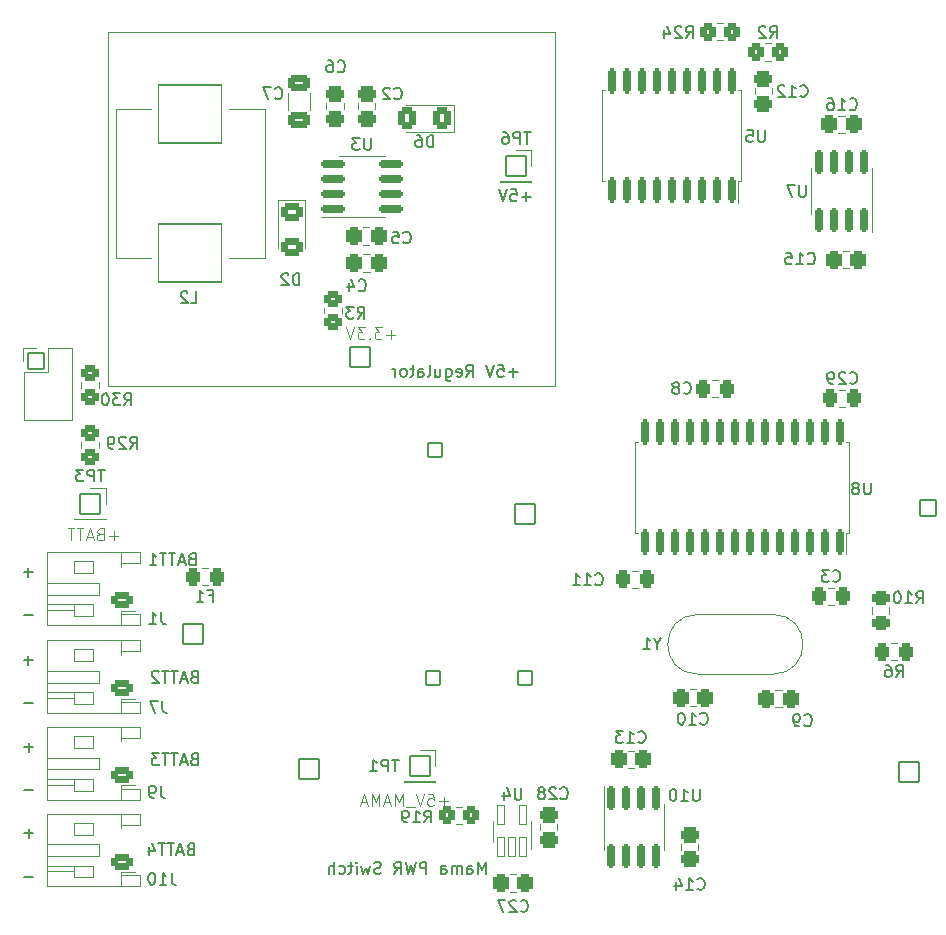
<source format=gbo>
G04 #@! TF.GenerationSoftware,KiCad,Pcbnew,(6.0.1)*
G04 #@! TF.CreationDate,2022-05-22T14:08:20-04:00*
G04 #@! TF.ProjectId,payload2020_papa_board,7061796c-6f61-4643-9230-32305f706170,rev?*
G04 #@! TF.SameCoordinates,Original*
G04 #@! TF.FileFunction,Legend,Bot*
G04 #@! TF.FilePolarity,Positive*
%FSLAX46Y46*%
G04 Gerber Fmt 4.6, Leading zero omitted, Abs format (unit mm)*
G04 Created by KiCad (PCBNEW (6.0.1)) date 2022-05-22 14:08:20*
%MOMM*%
%LPD*%
G01*
G04 APERTURE LIST*
G04 Aperture macros list*
%AMRoundRect*
0 Rectangle with rounded corners*
0 $1 Rounding radius*
0 $2 $3 $4 $5 $6 $7 $8 $9 X,Y pos of 4 corners*
0 Add a 4 corners polygon primitive as box body*
4,1,4,$2,$3,$4,$5,$6,$7,$8,$9,$2,$3,0*
0 Add four circle primitives for the rounded corners*
1,1,$1+$1,$2,$3*
1,1,$1+$1,$4,$5*
1,1,$1+$1,$6,$7*
1,1,$1+$1,$8,$9*
0 Add four rect primitives between the rounded corners*
20,1,$1+$1,$2,$3,$4,$5,0*
20,1,$1+$1,$4,$5,$6,$7,0*
20,1,$1+$1,$6,$7,$8,$9,0*
20,1,$1+$1,$8,$9,$2,$3,0*%
G04 Aperture macros list end*
%ADD10C,0.120000*%
%ADD11C,0.150000*%
%ADD12C,0.100000*%
%ADD13RoundRect,0.051000X-0.850000X0.850000X-0.850000X-0.850000X0.850000X-0.850000X0.850000X0.850000X0*%
%ADD14O,1.802000X1.802000*%
%ADD15C,2.302000*%
%ADD16RoundRect,0.051000X0.600000X-0.600000X0.600000X0.600000X-0.600000X0.600000X-0.600000X-0.600000X0*%
%ADD17C,1.302000*%
%ADD18RoundRect,0.051000X-0.600000X-0.600000X0.600000X-0.600000X0.600000X0.600000X-0.600000X0.600000X0*%
%ADD19RoundRect,0.051000X-0.675000X-0.675000X0.675000X-0.675000X0.675000X0.675000X-0.675000X0.675000X0*%
%ADD20O,1.452000X1.452000*%
%ADD21C,0.902000*%
%ADD22C,7.102000*%
%ADD23RoundRect,0.051000X-0.850000X-0.850000X0.850000X-0.850000X0.850000X0.850000X-0.850000X0.850000X0*%
%ADD24RoundRect,0.301000X-0.337500X-0.475000X0.337500X-0.475000X0.337500X0.475000X-0.337500X0.475000X0*%
%ADD25RoundRect,0.301000X0.337500X0.475000X-0.337500X0.475000X-0.337500X-0.475000X0.337500X-0.475000X0*%
%ADD26RoundRect,0.201000X-0.150000X0.825000X-0.150000X-0.825000X0.150000X-0.825000X0.150000X0.825000X0*%
%ADD27RoundRect,0.301001X-0.624999X0.462499X-0.624999X-0.462499X0.624999X-0.462499X0.624999X0.462499X0*%
%ADD28RoundRect,0.051000X2.700000X-2.450000X2.700000X2.450000X-2.700000X2.450000X-2.700000X-2.450000X0*%
%ADD29RoundRect,0.301000X0.475000X-0.337500X0.475000X0.337500X-0.475000X0.337500X-0.475000X-0.337500X0*%
%ADD30RoundRect,0.201000X-0.825000X-0.150000X0.825000X-0.150000X0.825000X0.150000X-0.825000X0.150000X0*%
%ADD31RoundRect,0.301000X-0.475000X0.337500X-0.475000X-0.337500X0.475000X-0.337500X0.475000X0.337500X0*%
%ADD32RoundRect,0.051000X0.325000X-0.780000X0.325000X0.780000X-0.325000X0.780000X-0.325000X-0.780000X0*%
%ADD33C,1.602000*%
%ADD34RoundRect,0.201000X0.150000X-0.875000X0.150000X0.875000X-0.150000X0.875000X-0.150000X-0.875000X0*%
%ADD35RoundRect,0.300999X0.350001X0.450001X-0.350001X0.450001X-0.350001X-0.450001X0.350001X-0.450001X0*%
%ADD36RoundRect,0.201000X0.150000X-0.825000X0.150000X0.825000X-0.150000X0.825000X-0.150000X-0.825000X0*%
%ADD37RoundRect,0.301000X0.325000X0.450000X-0.325000X0.450000X-0.325000X-0.450000X0.325000X-0.450000X0*%
%ADD38RoundRect,0.301000X-0.325000X-0.450000X0.325000X-0.450000X0.325000X0.450000X-0.325000X0.450000X0*%
%ADD39RoundRect,0.301000X-0.450000X0.325000X-0.450000X-0.325000X0.450000X-0.325000X0.450000X0.325000X0*%
%ADD40RoundRect,0.301000X-0.650000X0.412500X-0.650000X-0.412500X0.650000X-0.412500X0.650000X0.412500X0*%
%ADD41RoundRect,0.301000X0.450000X-0.350000X0.450000X0.350000X-0.450000X0.350000X-0.450000X-0.350000X0*%
%ADD42RoundRect,0.051000X0.850000X0.850000X-0.850000X0.850000X-0.850000X-0.850000X0.850000X-0.850000X0*%
%ADD43RoundRect,0.301001X0.462499X0.624999X-0.462499X0.624999X-0.462499X-0.624999X0.462499X-0.624999X0*%
%ADD44RoundRect,0.301000X0.625000X-0.350000X0.625000X0.350000X-0.625000X0.350000X-0.625000X-0.350000X0*%
%ADD45O,1.852000X1.302000*%
%ADD46RoundRect,0.301000X0.350000X0.450000X-0.350000X0.450000X-0.350000X-0.450000X0.350000X-0.450000X0*%
%ADD47RoundRect,0.051000X0.675000X0.675000X-0.675000X0.675000X-0.675000X-0.675000X0.675000X-0.675000X0*%
G04 APERTURE END LIST*
D10*
X10160000Y-1905000D02*
X48006000Y-1905000D01*
X48006000Y-1905000D02*
X48006000Y-31877000D01*
X48006000Y-31877000D02*
X10160000Y-31877000D01*
X10160000Y-31877000D02*
X10160000Y-1905000D01*
D11*
X44885904Y-30678428D02*
X44124000Y-30678428D01*
X44504952Y-31059380D02*
X44504952Y-30297476D01*
X43171619Y-30059380D02*
X43647809Y-30059380D01*
X43695428Y-30535571D01*
X43647809Y-30487952D01*
X43552571Y-30440333D01*
X43314476Y-30440333D01*
X43219238Y-30487952D01*
X43171619Y-30535571D01*
X43124000Y-30630809D01*
X43124000Y-30868904D01*
X43171619Y-30964142D01*
X43219238Y-31011761D01*
X43314476Y-31059380D01*
X43552571Y-31059380D01*
X43647809Y-31011761D01*
X43695428Y-30964142D01*
X42838285Y-30059380D02*
X42504952Y-31059380D01*
X42171619Y-30059380D01*
X40504952Y-31059380D02*
X40838285Y-30583190D01*
X41076380Y-31059380D02*
X41076380Y-30059380D01*
X40695428Y-30059380D01*
X40600190Y-30107000D01*
X40552571Y-30154619D01*
X40504952Y-30249857D01*
X40504952Y-30392714D01*
X40552571Y-30487952D01*
X40600190Y-30535571D01*
X40695428Y-30583190D01*
X41076380Y-30583190D01*
X39695428Y-31011761D02*
X39790666Y-31059380D01*
X39981142Y-31059380D01*
X40076380Y-31011761D01*
X40124000Y-30916523D01*
X40124000Y-30535571D01*
X40076380Y-30440333D01*
X39981142Y-30392714D01*
X39790666Y-30392714D01*
X39695428Y-30440333D01*
X39647809Y-30535571D01*
X39647809Y-30630809D01*
X40124000Y-30726047D01*
X38790666Y-30392714D02*
X38790666Y-31202238D01*
X38838285Y-31297476D01*
X38885904Y-31345095D01*
X38981142Y-31392714D01*
X39124000Y-31392714D01*
X39219238Y-31345095D01*
X38790666Y-31011761D02*
X38885904Y-31059380D01*
X39076380Y-31059380D01*
X39171619Y-31011761D01*
X39219238Y-30964142D01*
X39266857Y-30868904D01*
X39266857Y-30583190D01*
X39219238Y-30487952D01*
X39171619Y-30440333D01*
X39076380Y-30392714D01*
X38885904Y-30392714D01*
X38790666Y-30440333D01*
X37885904Y-30392714D02*
X37885904Y-31059380D01*
X38314476Y-30392714D02*
X38314476Y-30916523D01*
X38266857Y-31011761D01*
X38171619Y-31059380D01*
X38028761Y-31059380D01*
X37933523Y-31011761D01*
X37885904Y-30964142D01*
X37266857Y-31059380D02*
X37362095Y-31011761D01*
X37409714Y-30916523D01*
X37409714Y-30059380D01*
X36457333Y-31059380D02*
X36457333Y-30535571D01*
X36504952Y-30440333D01*
X36600190Y-30392714D01*
X36790666Y-30392714D01*
X36885904Y-30440333D01*
X36457333Y-31011761D02*
X36552571Y-31059380D01*
X36790666Y-31059380D01*
X36885904Y-31011761D01*
X36933523Y-30916523D01*
X36933523Y-30821285D01*
X36885904Y-30726047D01*
X36790666Y-30678428D01*
X36552571Y-30678428D01*
X36457333Y-30630809D01*
X36124000Y-30392714D02*
X35743047Y-30392714D01*
X35981142Y-30059380D02*
X35981142Y-30916523D01*
X35933523Y-31011761D01*
X35838285Y-31059380D01*
X35743047Y-31059380D01*
X35266857Y-31059380D02*
X35362095Y-31011761D01*
X35409714Y-30964142D01*
X35457333Y-30868904D01*
X35457333Y-30583190D01*
X35409714Y-30487952D01*
X35362095Y-30440333D01*
X35266857Y-30392714D01*
X35124000Y-30392714D01*
X35028761Y-30440333D01*
X34981142Y-30487952D01*
X34933523Y-30583190D01*
X34933523Y-30868904D01*
X34981142Y-30964142D01*
X35028761Y-31011761D01*
X35124000Y-31059380D01*
X35266857Y-31059380D01*
X34504952Y-31059380D02*
X34504952Y-30392714D01*
X34504952Y-30583190D02*
X34457333Y-30487952D01*
X34409714Y-30440333D01*
X34314476Y-30392714D01*
X34219238Y-30392714D01*
X17165438Y-71048571D02*
X17022580Y-71096190D01*
X16974961Y-71143809D01*
X16927342Y-71239047D01*
X16927342Y-71381904D01*
X16974961Y-71477142D01*
X17022580Y-71524761D01*
X17117819Y-71572380D01*
X17498771Y-71572380D01*
X17498771Y-70572380D01*
X17165438Y-70572380D01*
X17070200Y-70620000D01*
X17022580Y-70667619D01*
X16974961Y-70762857D01*
X16974961Y-70858095D01*
X17022580Y-70953333D01*
X17070200Y-71000952D01*
X17165438Y-71048571D01*
X17498771Y-71048571D01*
X16546390Y-71286666D02*
X16070200Y-71286666D01*
X16641628Y-71572380D02*
X16308295Y-70572380D01*
X15974961Y-71572380D01*
X15784485Y-70572380D02*
X15213057Y-70572380D01*
X15498771Y-71572380D02*
X15498771Y-70572380D01*
X15022580Y-70572380D02*
X14451152Y-70572380D01*
X14736866Y-71572380D02*
X14736866Y-70572380D01*
X13689247Y-70905714D02*
X13689247Y-71572380D01*
X13927342Y-70524761D02*
X14165438Y-71239047D01*
X13546390Y-71239047D01*
X17470238Y-63428571D02*
X17327380Y-63476190D01*
X17279761Y-63523809D01*
X17232142Y-63619047D01*
X17232142Y-63761904D01*
X17279761Y-63857142D01*
X17327380Y-63904761D01*
X17422619Y-63952380D01*
X17803571Y-63952380D01*
X17803571Y-62952380D01*
X17470238Y-62952380D01*
X17375000Y-63000000D01*
X17327380Y-63047619D01*
X17279761Y-63142857D01*
X17279761Y-63238095D01*
X17327380Y-63333333D01*
X17375000Y-63380952D01*
X17470238Y-63428571D01*
X17803571Y-63428571D01*
X16851190Y-63666666D02*
X16375000Y-63666666D01*
X16946428Y-63952380D02*
X16613095Y-62952380D01*
X16279761Y-63952380D01*
X16089285Y-62952380D02*
X15517857Y-62952380D01*
X15803571Y-63952380D02*
X15803571Y-62952380D01*
X15327380Y-62952380D02*
X14755952Y-62952380D01*
X15041666Y-63952380D02*
X15041666Y-62952380D01*
X14517857Y-62952380D02*
X13898809Y-62952380D01*
X14232142Y-63333333D01*
X14089285Y-63333333D01*
X13994047Y-63380952D01*
X13946428Y-63428571D01*
X13898809Y-63523809D01*
X13898809Y-63761904D01*
X13946428Y-63857142D01*
X13994047Y-63904761D01*
X14089285Y-63952380D01*
X14375000Y-63952380D01*
X14470238Y-63904761D01*
X14517857Y-63857142D01*
X17470238Y-56443571D02*
X17327380Y-56491190D01*
X17279761Y-56538809D01*
X17232142Y-56634047D01*
X17232142Y-56776904D01*
X17279761Y-56872142D01*
X17327380Y-56919761D01*
X17422619Y-56967380D01*
X17803571Y-56967380D01*
X17803571Y-55967380D01*
X17470238Y-55967380D01*
X17375000Y-56015000D01*
X17327380Y-56062619D01*
X17279761Y-56157857D01*
X17279761Y-56253095D01*
X17327380Y-56348333D01*
X17375000Y-56395952D01*
X17470238Y-56443571D01*
X17803571Y-56443571D01*
X16851190Y-56681666D02*
X16375000Y-56681666D01*
X16946428Y-56967380D02*
X16613095Y-55967380D01*
X16279761Y-56967380D01*
X16089285Y-55967380D02*
X15517857Y-55967380D01*
X15803571Y-56967380D02*
X15803571Y-55967380D01*
X15327380Y-55967380D02*
X14755952Y-55967380D01*
X15041666Y-56967380D02*
X15041666Y-55967380D01*
X14470238Y-56062619D02*
X14422619Y-56015000D01*
X14327380Y-55967380D01*
X14089285Y-55967380D01*
X13994047Y-56015000D01*
X13946428Y-56062619D01*
X13898809Y-56157857D01*
X13898809Y-56253095D01*
X13946428Y-56395952D01*
X14517857Y-56967380D01*
X13898809Y-56967380D01*
X17267038Y-46486771D02*
X17124180Y-46534390D01*
X17076561Y-46582009D01*
X17028942Y-46677247D01*
X17028942Y-46820104D01*
X17076561Y-46915342D01*
X17124180Y-46962961D01*
X17219419Y-47010580D01*
X17600371Y-47010580D01*
X17600371Y-46010580D01*
X17267038Y-46010580D01*
X17171800Y-46058200D01*
X17124180Y-46105819D01*
X17076561Y-46201057D01*
X17076561Y-46296295D01*
X17124180Y-46391533D01*
X17171800Y-46439152D01*
X17267038Y-46486771D01*
X17600371Y-46486771D01*
X16647990Y-46724866D02*
X16171800Y-46724866D01*
X16743228Y-47010580D02*
X16409895Y-46010580D01*
X16076561Y-47010580D01*
X15886085Y-46010580D02*
X15314657Y-46010580D01*
X15600371Y-47010580D02*
X15600371Y-46010580D01*
X15124180Y-46010580D02*
X14552752Y-46010580D01*
X14838466Y-47010580D02*
X14838466Y-46010580D01*
X13695609Y-47010580D02*
X14267038Y-47010580D01*
X13981323Y-47010580D02*
X13981323Y-46010580D01*
X14076561Y-46153438D01*
X14171800Y-46248676D01*
X14267038Y-46296295D01*
X42177457Y-73147180D02*
X42177457Y-72147180D01*
X41844123Y-72861466D01*
X41510790Y-72147180D01*
X41510790Y-73147180D01*
X40606028Y-73147180D02*
X40606028Y-72623371D01*
X40653647Y-72528133D01*
X40748885Y-72480514D01*
X40939361Y-72480514D01*
X41034600Y-72528133D01*
X40606028Y-73099561D02*
X40701266Y-73147180D01*
X40939361Y-73147180D01*
X41034600Y-73099561D01*
X41082219Y-73004323D01*
X41082219Y-72909085D01*
X41034600Y-72813847D01*
X40939361Y-72766228D01*
X40701266Y-72766228D01*
X40606028Y-72718609D01*
X40129838Y-73147180D02*
X40129838Y-72480514D01*
X40129838Y-72575752D02*
X40082219Y-72528133D01*
X39986980Y-72480514D01*
X39844123Y-72480514D01*
X39748885Y-72528133D01*
X39701266Y-72623371D01*
X39701266Y-73147180D01*
X39701266Y-72623371D02*
X39653647Y-72528133D01*
X39558409Y-72480514D01*
X39415552Y-72480514D01*
X39320314Y-72528133D01*
X39272695Y-72623371D01*
X39272695Y-73147180D01*
X38367933Y-73147180D02*
X38367933Y-72623371D01*
X38415552Y-72528133D01*
X38510790Y-72480514D01*
X38701266Y-72480514D01*
X38796504Y-72528133D01*
X38367933Y-73099561D02*
X38463171Y-73147180D01*
X38701266Y-73147180D01*
X38796504Y-73099561D01*
X38844123Y-73004323D01*
X38844123Y-72909085D01*
X38796504Y-72813847D01*
X38701266Y-72766228D01*
X38463171Y-72766228D01*
X38367933Y-72718609D01*
X37129838Y-73147180D02*
X37129838Y-72147180D01*
X36748885Y-72147180D01*
X36653647Y-72194800D01*
X36606028Y-72242419D01*
X36558409Y-72337657D01*
X36558409Y-72480514D01*
X36606028Y-72575752D01*
X36653647Y-72623371D01*
X36748885Y-72670990D01*
X37129838Y-72670990D01*
X36225076Y-72147180D02*
X35986980Y-73147180D01*
X35796504Y-72432895D01*
X35606028Y-73147180D01*
X35367933Y-72147180D01*
X34415552Y-73147180D02*
X34748885Y-72670990D01*
X34986980Y-73147180D02*
X34986980Y-72147180D01*
X34606028Y-72147180D01*
X34510790Y-72194800D01*
X34463171Y-72242419D01*
X34415552Y-72337657D01*
X34415552Y-72480514D01*
X34463171Y-72575752D01*
X34510790Y-72623371D01*
X34606028Y-72670990D01*
X34986980Y-72670990D01*
X33272695Y-73099561D02*
X33129838Y-73147180D01*
X32891742Y-73147180D01*
X32796504Y-73099561D01*
X32748885Y-73051942D01*
X32701266Y-72956704D01*
X32701266Y-72861466D01*
X32748885Y-72766228D01*
X32796504Y-72718609D01*
X32891742Y-72670990D01*
X33082219Y-72623371D01*
X33177457Y-72575752D01*
X33225076Y-72528133D01*
X33272695Y-72432895D01*
X33272695Y-72337657D01*
X33225076Y-72242419D01*
X33177457Y-72194800D01*
X33082219Y-72147180D01*
X32844123Y-72147180D01*
X32701266Y-72194800D01*
X32367933Y-72480514D02*
X32177457Y-73147180D01*
X31986980Y-72670990D01*
X31796504Y-73147180D01*
X31606028Y-72480514D01*
X31225076Y-73147180D02*
X31225076Y-72480514D01*
X31225076Y-72147180D02*
X31272695Y-72194800D01*
X31225076Y-72242419D01*
X31177457Y-72194800D01*
X31225076Y-72147180D01*
X31225076Y-72242419D01*
X30891742Y-72480514D02*
X30510790Y-72480514D01*
X30748885Y-72147180D02*
X30748885Y-73004323D01*
X30701266Y-73099561D01*
X30606028Y-73147180D01*
X30510790Y-73147180D01*
X29748885Y-73099561D02*
X29844123Y-73147180D01*
X30034600Y-73147180D01*
X30129838Y-73099561D01*
X30177457Y-73051942D01*
X30225076Y-72956704D01*
X30225076Y-72670990D01*
X30177457Y-72575752D01*
X30129838Y-72528133D01*
X30034600Y-72480514D01*
X29844123Y-72480514D01*
X29748885Y-72528133D01*
X29320314Y-73147180D02*
X29320314Y-72147180D01*
X28891742Y-73147180D02*
X28891742Y-72623371D01*
X28939361Y-72528133D01*
X29034600Y-72480514D01*
X29177457Y-72480514D01*
X29272695Y-72528133D01*
X29320314Y-72575752D01*
X3807952Y-55082428D02*
X3046047Y-55082428D01*
X3427000Y-55463380D02*
X3427000Y-54701476D01*
X3807952Y-58682428D02*
X3046047Y-58682428D01*
X3857952Y-62432428D02*
X3096047Y-62432428D01*
X3477000Y-62813380D02*
X3477000Y-62051476D01*
X3857952Y-66032428D02*
X3096047Y-66032428D01*
X3857952Y-69732428D02*
X3096047Y-69732428D01*
X3477000Y-70113380D02*
X3477000Y-69351476D01*
D12*
X34512000Y-27503428D02*
X33750095Y-27503428D01*
X34131047Y-27884380D02*
X34131047Y-27122476D01*
X33369142Y-26884380D02*
X32750095Y-26884380D01*
X33083428Y-27265333D01*
X32940571Y-27265333D01*
X32845333Y-27312952D01*
X32797714Y-27360571D01*
X32750095Y-27455809D01*
X32750095Y-27693904D01*
X32797714Y-27789142D01*
X32845333Y-27836761D01*
X32940571Y-27884380D01*
X33226285Y-27884380D01*
X33321523Y-27836761D01*
X33369142Y-27789142D01*
X32321523Y-27789142D02*
X32273904Y-27836761D01*
X32321523Y-27884380D01*
X32369142Y-27836761D01*
X32321523Y-27789142D01*
X32321523Y-27884380D01*
X31940571Y-26884380D02*
X31321523Y-26884380D01*
X31654857Y-27265333D01*
X31512000Y-27265333D01*
X31416761Y-27312952D01*
X31369142Y-27360571D01*
X31321523Y-27455809D01*
X31321523Y-27693904D01*
X31369142Y-27789142D01*
X31416761Y-27836761D01*
X31512000Y-27884380D01*
X31797714Y-27884380D01*
X31892952Y-27836761D01*
X31940571Y-27789142D01*
X31035809Y-26884380D02*
X30702476Y-27884380D01*
X30369142Y-26884380D01*
X11048428Y-44521428D02*
X10286523Y-44521428D01*
X10667476Y-44902380D02*
X10667476Y-44140476D01*
X9477000Y-44378571D02*
X9334142Y-44426190D01*
X9286523Y-44473809D01*
X9238904Y-44569047D01*
X9238904Y-44711904D01*
X9286523Y-44807142D01*
X9334142Y-44854761D01*
X9429380Y-44902380D01*
X9810333Y-44902380D01*
X9810333Y-43902380D01*
X9477000Y-43902380D01*
X9381761Y-43950000D01*
X9334142Y-43997619D01*
X9286523Y-44092857D01*
X9286523Y-44188095D01*
X9334142Y-44283333D01*
X9381761Y-44330952D01*
X9477000Y-44378571D01*
X9810333Y-44378571D01*
X8857952Y-44616666D02*
X8381761Y-44616666D01*
X8953190Y-44902380D02*
X8619857Y-43902380D01*
X8286523Y-44902380D01*
X8096047Y-43902380D02*
X7524619Y-43902380D01*
X7810333Y-44902380D02*
X7810333Y-43902380D01*
X7334142Y-43902380D02*
X6762714Y-43902380D01*
X7048428Y-44902380D02*
X7048428Y-43902380D01*
D11*
X3807952Y-51232428D02*
X3046047Y-51232428D01*
D12*
X38972666Y-67000428D02*
X38210761Y-67000428D01*
X38591714Y-67381380D02*
X38591714Y-66619476D01*
X37258380Y-66381380D02*
X37734571Y-66381380D01*
X37782190Y-66857571D01*
X37734571Y-66809952D01*
X37639333Y-66762333D01*
X37401238Y-66762333D01*
X37306000Y-66809952D01*
X37258380Y-66857571D01*
X37210761Y-66952809D01*
X37210761Y-67190904D01*
X37258380Y-67286142D01*
X37306000Y-67333761D01*
X37401238Y-67381380D01*
X37639333Y-67381380D01*
X37734571Y-67333761D01*
X37782190Y-67286142D01*
X36925047Y-66381380D02*
X36591714Y-67381380D01*
X36258380Y-66381380D01*
X36163142Y-67476619D02*
X35401238Y-67476619D01*
X35163142Y-67381380D02*
X35163142Y-66381380D01*
X34829809Y-67095666D01*
X34496476Y-66381380D01*
X34496476Y-67381380D01*
X34067904Y-67095666D02*
X33591714Y-67095666D01*
X34163142Y-67381380D02*
X33829809Y-66381380D01*
X33496476Y-67381380D01*
X33163142Y-67381380D02*
X33163142Y-66381380D01*
X32829809Y-67095666D01*
X32496476Y-66381380D01*
X32496476Y-67381380D01*
X32067904Y-67095666D02*
X31591714Y-67095666D01*
X32163142Y-67381380D02*
X31829809Y-66381380D01*
X31496476Y-67381380D01*
D11*
X3807952Y-47632428D02*
X3046047Y-47632428D01*
X3427000Y-48013380D02*
X3427000Y-47251476D01*
X45989714Y-15819428D02*
X45227809Y-15819428D01*
X45608761Y-16200380D02*
X45608761Y-15438476D01*
X44275428Y-15200380D02*
X44751619Y-15200380D01*
X44799238Y-15676571D01*
X44751619Y-15628952D01*
X44656380Y-15581333D01*
X44418285Y-15581333D01*
X44323047Y-15628952D01*
X44275428Y-15676571D01*
X44227809Y-15771809D01*
X44227809Y-16009904D01*
X44275428Y-16105142D01*
X44323047Y-16152761D01*
X44418285Y-16200380D01*
X44656380Y-16200380D01*
X44751619Y-16152761D01*
X44799238Y-16105142D01*
X43942095Y-15200380D02*
X43608761Y-16200380D01*
X43275428Y-15200380D01*
X3857952Y-73382428D02*
X3096047Y-73382428D01*
X69146666Y-60547142D02*
X69194285Y-60594761D01*
X69337142Y-60642380D01*
X69432380Y-60642380D01*
X69575238Y-60594761D01*
X69670476Y-60499523D01*
X69718095Y-60404285D01*
X69765714Y-60213809D01*
X69765714Y-60070952D01*
X69718095Y-59880476D01*
X69670476Y-59785238D01*
X69575238Y-59690000D01*
X69432380Y-59642380D01*
X69337142Y-59642380D01*
X69194285Y-59690000D01*
X69146666Y-59737619D01*
X68670476Y-60642380D02*
X68480000Y-60642380D01*
X68384761Y-60594761D01*
X68337142Y-60547142D01*
X68241904Y-60404285D01*
X68194285Y-60213809D01*
X68194285Y-59832857D01*
X68241904Y-59737619D01*
X68289523Y-59690000D01*
X68384761Y-59642380D01*
X68575238Y-59642380D01*
X68670476Y-59690000D01*
X68718095Y-59737619D01*
X68765714Y-59832857D01*
X68765714Y-60070952D01*
X68718095Y-60166190D01*
X68670476Y-60213809D01*
X68575238Y-60261428D01*
X68384761Y-60261428D01*
X68289523Y-60213809D01*
X68241904Y-60166190D01*
X68194285Y-60070952D01*
X60332857Y-60417142D02*
X60380476Y-60464761D01*
X60523333Y-60512380D01*
X60618571Y-60512380D01*
X60761428Y-60464761D01*
X60856666Y-60369523D01*
X60904285Y-60274285D01*
X60951904Y-60083809D01*
X60951904Y-59940952D01*
X60904285Y-59750476D01*
X60856666Y-59655238D01*
X60761428Y-59560000D01*
X60618571Y-59512380D01*
X60523333Y-59512380D01*
X60380476Y-59560000D01*
X60332857Y-59607619D01*
X59380476Y-60512380D02*
X59951904Y-60512380D01*
X59666190Y-60512380D02*
X59666190Y-59512380D01*
X59761428Y-59655238D01*
X59856666Y-59750476D01*
X59951904Y-59798095D01*
X58761428Y-59512380D02*
X58666190Y-59512380D01*
X58570952Y-59560000D01*
X58523333Y-59607619D01*
X58475714Y-59702857D01*
X58428095Y-59893333D01*
X58428095Y-60131428D01*
X58475714Y-60321904D01*
X58523333Y-60417142D01*
X58570952Y-60464761D01*
X58666190Y-60512380D01*
X58761428Y-60512380D01*
X58856666Y-60464761D01*
X58904285Y-60417142D01*
X58951904Y-60321904D01*
X58999523Y-60131428D01*
X58999523Y-59893333D01*
X58951904Y-59702857D01*
X58904285Y-59607619D01*
X58856666Y-59560000D01*
X58761428Y-59512380D01*
X60260075Y-65967040D02*
X60260075Y-66776564D01*
X60212456Y-66871802D01*
X60164837Y-66919421D01*
X60069599Y-66967040D01*
X59879122Y-66967040D01*
X59783884Y-66919421D01*
X59736265Y-66871802D01*
X59688646Y-66776564D01*
X59688646Y-65967040D01*
X58688646Y-66967040D02*
X59260075Y-66967040D01*
X58974360Y-66967040D02*
X58974360Y-65967040D01*
X59069599Y-66109898D01*
X59164837Y-66205136D01*
X59260075Y-66252755D01*
X58069599Y-65967040D02*
X57974360Y-65967040D01*
X57879122Y-66014660D01*
X57831503Y-66062279D01*
X57783884Y-66157517D01*
X57736265Y-66347993D01*
X57736265Y-66586088D01*
X57783884Y-66776564D01*
X57831503Y-66871802D01*
X57879122Y-66919421D01*
X57974360Y-66967040D01*
X58069599Y-66967040D01*
X58164837Y-66919421D01*
X58212456Y-66871802D01*
X58260075Y-66776564D01*
X58307694Y-66586088D01*
X58307694Y-66347993D01*
X58260075Y-66157517D01*
X58212456Y-66062279D01*
X58164837Y-66014660D01*
X58069599Y-65967040D01*
X26392095Y-23312380D02*
X26392095Y-22312380D01*
X26154000Y-22312380D01*
X26011142Y-22360000D01*
X25915904Y-22455238D01*
X25868285Y-22550476D01*
X25820666Y-22740952D01*
X25820666Y-22883809D01*
X25868285Y-23074285D01*
X25915904Y-23169523D01*
X26011142Y-23264761D01*
X26154000Y-23312380D01*
X26392095Y-23312380D01*
X25439714Y-22407619D02*
X25392095Y-22360000D01*
X25296857Y-22312380D01*
X25058761Y-22312380D01*
X24963523Y-22360000D01*
X24915904Y-22407619D01*
X24868285Y-22502857D01*
X24868285Y-22598095D01*
X24915904Y-22740952D01*
X25487333Y-23312380D01*
X24868285Y-23312380D01*
X17184666Y-24836380D02*
X17660857Y-24836380D01*
X17660857Y-23836380D01*
X16898952Y-23931619D02*
X16851333Y-23884000D01*
X16756095Y-23836380D01*
X16518000Y-23836380D01*
X16422761Y-23884000D01*
X16375142Y-23931619D01*
X16327523Y-24026857D01*
X16327523Y-24122095D01*
X16375142Y-24264952D01*
X16946571Y-24836380D01*
X16327523Y-24836380D01*
X31408666Y-23725142D02*
X31456285Y-23772761D01*
X31599142Y-23820380D01*
X31694380Y-23820380D01*
X31837238Y-23772761D01*
X31932476Y-23677523D01*
X31980095Y-23582285D01*
X32027714Y-23391809D01*
X32027714Y-23248952D01*
X31980095Y-23058476D01*
X31932476Y-22963238D01*
X31837238Y-22868000D01*
X31694380Y-22820380D01*
X31599142Y-22820380D01*
X31456285Y-22868000D01*
X31408666Y-22915619D01*
X30551523Y-23153714D02*
X30551523Y-23820380D01*
X30789619Y-22772761D02*
X31027714Y-23487047D01*
X30408666Y-23487047D01*
X35186686Y-19679242D02*
X35234305Y-19726861D01*
X35377162Y-19774480D01*
X35472400Y-19774480D01*
X35615258Y-19726861D01*
X35710496Y-19631623D01*
X35758115Y-19536385D01*
X35805734Y-19345909D01*
X35805734Y-19203052D01*
X35758115Y-19012576D01*
X35710496Y-18917338D01*
X35615258Y-18822100D01*
X35472400Y-18774480D01*
X35377162Y-18774480D01*
X35234305Y-18822100D01*
X35186686Y-18869719D01*
X34281924Y-18774480D02*
X34758115Y-18774480D01*
X34805734Y-19250671D01*
X34758115Y-19203052D01*
X34662877Y-19155433D01*
X34424781Y-19155433D01*
X34329543Y-19203052D01*
X34281924Y-19250671D01*
X34234305Y-19345909D01*
X34234305Y-19584004D01*
X34281924Y-19679242D01*
X34329543Y-19726861D01*
X34424781Y-19774480D01*
X34662877Y-19774480D01*
X34758115Y-19726861D01*
X34805734Y-19679242D01*
X29630666Y-5183142D02*
X29678285Y-5230761D01*
X29821142Y-5278380D01*
X29916380Y-5278380D01*
X30059238Y-5230761D01*
X30154476Y-5135523D01*
X30202095Y-5040285D01*
X30249714Y-4849809D01*
X30249714Y-4706952D01*
X30202095Y-4516476D01*
X30154476Y-4421238D01*
X30059238Y-4326000D01*
X29916380Y-4278380D01*
X29821142Y-4278380D01*
X29678285Y-4326000D01*
X29630666Y-4373619D01*
X28773523Y-4278380D02*
X28964000Y-4278380D01*
X29059238Y-4326000D01*
X29106857Y-4373619D01*
X29202095Y-4516476D01*
X29249714Y-4706952D01*
X29249714Y-5087904D01*
X29202095Y-5183142D01*
X29154476Y-5230761D01*
X29059238Y-5278380D01*
X28868761Y-5278380D01*
X28773523Y-5230761D01*
X28725904Y-5183142D01*
X28678285Y-5087904D01*
X28678285Y-4849809D01*
X28725904Y-4754571D01*
X28773523Y-4706952D01*
X28868761Y-4659333D01*
X29059238Y-4659333D01*
X29154476Y-4706952D01*
X29202095Y-4754571D01*
X29249714Y-4849809D01*
X32446904Y-10862380D02*
X32446904Y-11671904D01*
X32399285Y-11767142D01*
X32351666Y-11814761D01*
X32256428Y-11862380D01*
X32065952Y-11862380D01*
X31970714Y-11814761D01*
X31923095Y-11767142D01*
X31875476Y-11671904D01*
X31875476Y-10862380D01*
X31494523Y-10862380D02*
X30875476Y-10862380D01*
X31208809Y-11243333D01*
X31065952Y-11243333D01*
X30970714Y-11290952D01*
X30923095Y-11338571D01*
X30875476Y-11433809D01*
X30875476Y-11671904D01*
X30923095Y-11767142D01*
X30970714Y-11814761D01*
X31065952Y-11862380D01*
X31351666Y-11862380D01*
X31446904Y-11814761D01*
X31494523Y-11767142D01*
X45118257Y-76272342D02*
X45165876Y-76319961D01*
X45308733Y-76367580D01*
X45403971Y-76367580D01*
X45546828Y-76319961D01*
X45642066Y-76224723D01*
X45689685Y-76129485D01*
X45737304Y-75939009D01*
X45737304Y-75796152D01*
X45689685Y-75605676D01*
X45642066Y-75510438D01*
X45546828Y-75415200D01*
X45403971Y-75367580D01*
X45308733Y-75367580D01*
X45165876Y-75415200D01*
X45118257Y-75462819D01*
X44737304Y-75462819D02*
X44689685Y-75415200D01*
X44594447Y-75367580D01*
X44356352Y-75367580D01*
X44261114Y-75415200D01*
X44213495Y-75462819D01*
X44165876Y-75558057D01*
X44165876Y-75653295D01*
X44213495Y-75796152D01*
X44784923Y-76367580D01*
X44165876Y-76367580D01*
X43832542Y-75367580D02*
X43165876Y-75367580D01*
X43594447Y-76367580D01*
X48487012Y-66737768D02*
X48534631Y-66785387D01*
X48677488Y-66833006D01*
X48772726Y-66833006D01*
X48915583Y-66785387D01*
X49010821Y-66690149D01*
X49058440Y-66594911D01*
X49106059Y-66404435D01*
X49106059Y-66261578D01*
X49058440Y-66071102D01*
X49010821Y-65975864D01*
X48915583Y-65880626D01*
X48772726Y-65833006D01*
X48677488Y-65833006D01*
X48534631Y-65880626D01*
X48487012Y-65928245D01*
X48106059Y-65928245D02*
X48058440Y-65880626D01*
X47963202Y-65833006D01*
X47725107Y-65833006D01*
X47629869Y-65880626D01*
X47582250Y-65928245D01*
X47534631Y-66023483D01*
X47534631Y-66118721D01*
X47582250Y-66261578D01*
X48153678Y-66833006D01*
X47534631Y-66833006D01*
X46963202Y-66261578D02*
X47058440Y-66213959D01*
X47106059Y-66166340D01*
X47153678Y-66071102D01*
X47153678Y-66023483D01*
X47106059Y-65928245D01*
X47058440Y-65880626D01*
X46963202Y-65833006D01*
X46772726Y-65833006D01*
X46677488Y-65880626D01*
X46629869Y-65928245D01*
X46582250Y-66023483D01*
X46582250Y-66071102D01*
X46629869Y-66166340D01*
X46677488Y-66213959D01*
X46772726Y-66261578D01*
X46963202Y-66261578D01*
X47058440Y-66309197D01*
X47106059Y-66356816D01*
X47153678Y-66452054D01*
X47153678Y-66642530D01*
X47106059Y-66737768D01*
X47058440Y-66785387D01*
X46963202Y-66833006D01*
X46772726Y-66833006D01*
X46677488Y-66785387D01*
X46629869Y-66737768D01*
X46582250Y-66642530D01*
X46582250Y-66452054D01*
X46629869Y-66356816D01*
X46677488Y-66309197D01*
X46772726Y-66261578D01*
X45186504Y-65867980D02*
X45186504Y-66677504D01*
X45138885Y-66772742D01*
X45091266Y-66820361D01*
X44996028Y-66867980D01*
X44805552Y-66867980D01*
X44710314Y-66820361D01*
X44662695Y-66772742D01*
X44615076Y-66677504D01*
X44615076Y-65867980D01*
X43710314Y-66201314D02*
X43710314Y-66867980D01*
X43948409Y-65820361D02*
X44186504Y-66534647D01*
X43567457Y-66534647D01*
X55069977Y-61956902D02*
X55117596Y-62004521D01*
X55260453Y-62052140D01*
X55355691Y-62052140D01*
X55498548Y-62004521D01*
X55593786Y-61909283D01*
X55641405Y-61814045D01*
X55689024Y-61623569D01*
X55689024Y-61480712D01*
X55641405Y-61290236D01*
X55593786Y-61194998D01*
X55498548Y-61099760D01*
X55355691Y-61052140D01*
X55260453Y-61052140D01*
X55117596Y-61099760D01*
X55069977Y-61147379D01*
X54117596Y-62052140D02*
X54689024Y-62052140D01*
X54403310Y-62052140D02*
X54403310Y-61052140D01*
X54498548Y-61194998D01*
X54593786Y-61290236D01*
X54689024Y-61337855D01*
X53784262Y-61052140D02*
X53165215Y-61052140D01*
X53498548Y-61433093D01*
X53355691Y-61433093D01*
X53260453Y-61480712D01*
X53212834Y-61528331D01*
X53165215Y-61623569D01*
X53165215Y-61861664D01*
X53212834Y-61956902D01*
X53260453Y-62004521D01*
X53355691Y-62052140D01*
X53641405Y-62052140D01*
X53736643Y-62004521D01*
X53784262Y-61956902D01*
X56701190Y-53676190D02*
X56701190Y-54152380D01*
X57034523Y-53152380D02*
X56701190Y-53676190D01*
X56367857Y-53152380D01*
X55510714Y-54152380D02*
X56082142Y-54152380D01*
X55796428Y-54152380D02*
X55796428Y-53152380D01*
X55891666Y-53295238D01*
X55986904Y-53390476D01*
X56082142Y-53438095D01*
X60078857Y-74418142D02*
X60126476Y-74465761D01*
X60269333Y-74513380D01*
X60364571Y-74513380D01*
X60507428Y-74465761D01*
X60602666Y-74370523D01*
X60650285Y-74275285D01*
X60697904Y-74084809D01*
X60697904Y-73941952D01*
X60650285Y-73751476D01*
X60602666Y-73656238D01*
X60507428Y-73561000D01*
X60364571Y-73513380D01*
X60269333Y-73513380D01*
X60126476Y-73561000D01*
X60078857Y-73608619D01*
X59126476Y-74513380D02*
X59697904Y-74513380D01*
X59412190Y-74513380D02*
X59412190Y-73513380D01*
X59507428Y-73656238D01*
X59602666Y-73751476D01*
X59697904Y-73799095D01*
X58269333Y-73846714D02*
X58269333Y-74513380D01*
X58507428Y-73465761D02*
X58745523Y-74180047D01*
X58126476Y-74180047D01*
X65801144Y-10181020D02*
X65801144Y-10990544D01*
X65753525Y-11085782D01*
X65705906Y-11133401D01*
X65610668Y-11181020D01*
X65420192Y-11181020D01*
X65324954Y-11133401D01*
X65277335Y-11085782D01*
X65229716Y-10990544D01*
X65229716Y-10181020D01*
X64277335Y-10181020D02*
X64753525Y-10181020D01*
X64801144Y-10657211D01*
X64753525Y-10609592D01*
X64658287Y-10561973D01*
X64420192Y-10561973D01*
X64324954Y-10609592D01*
X64277335Y-10657211D01*
X64229716Y-10752449D01*
X64229716Y-10990544D01*
X64277335Y-11085782D01*
X64324954Y-11133401D01*
X64420192Y-11181020D01*
X64658287Y-11181020D01*
X64753525Y-11133401D01*
X64801144Y-11085782D01*
X59102737Y-2382460D02*
X59436070Y-1906270D01*
X59674165Y-2382460D02*
X59674165Y-1382460D01*
X59293213Y-1382460D01*
X59197975Y-1430080D01*
X59150356Y-1477699D01*
X59102737Y-1572937D01*
X59102737Y-1715794D01*
X59150356Y-1811032D01*
X59197975Y-1858651D01*
X59293213Y-1906270D01*
X59674165Y-1906270D01*
X58721784Y-1477699D02*
X58674165Y-1430080D01*
X58578927Y-1382460D01*
X58340832Y-1382460D01*
X58245594Y-1430080D01*
X58197975Y-1477699D01*
X58150356Y-1572937D01*
X58150356Y-1668175D01*
X58197975Y-1811032D01*
X58769403Y-2382460D01*
X58150356Y-2382460D01*
X57293213Y-1715794D02*
X57293213Y-2382460D01*
X57531308Y-1334841D02*
X57769403Y-2049127D01*
X57150356Y-2049127D01*
X69270784Y-14829220D02*
X69270784Y-15638744D01*
X69223165Y-15733982D01*
X69175546Y-15781601D01*
X69080308Y-15829220D01*
X68889832Y-15829220D01*
X68794594Y-15781601D01*
X68746975Y-15733982D01*
X68699356Y-15638744D01*
X68699356Y-14829220D01*
X68318403Y-14829220D02*
X67651737Y-14829220D01*
X68080308Y-15829220D01*
X68787657Y-7269942D02*
X68835276Y-7317561D01*
X68978133Y-7365180D01*
X69073371Y-7365180D01*
X69216228Y-7317561D01*
X69311466Y-7222323D01*
X69359085Y-7127085D01*
X69406704Y-6936609D01*
X69406704Y-6793752D01*
X69359085Y-6603276D01*
X69311466Y-6508038D01*
X69216228Y-6412800D01*
X69073371Y-6365180D01*
X68978133Y-6365180D01*
X68835276Y-6412800D01*
X68787657Y-6460419D01*
X67835276Y-7365180D02*
X68406704Y-7365180D01*
X68120990Y-7365180D02*
X68120990Y-6365180D01*
X68216228Y-6508038D01*
X68311466Y-6603276D01*
X68406704Y-6650895D01*
X67454323Y-6460419D02*
X67406704Y-6412800D01*
X67311466Y-6365180D01*
X67073371Y-6365180D01*
X66978133Y-6412800D01*
X66930514Y-6460419D01*
X66882895Y-6555657D01*
X66882895Y-6650895D01*
X66930514Y-6793752D01*
X67501942Y-7365180D01*
X66882895Y-7365180D01*
X72974437Y-8390842D02*
X73022056Y-8438461D01*
X73164913Y-8486080D01*
X73260151Y-8486080D01*
X73403008Y-8438461D01*
X73498246Y-8343223D01*
X73545865Y-8247985D01*
X73593484Y-8057509D01*
X73593484Y-7914652D01*
X73545865Y-7724176D01*
X73498246Y-7628938D01*
X73403008Y-7533700D01*
X73260151Y-7486080D01*
X73164913Y-7486080D01*
X73022056Y-7533700D01*
X72974437Y-7581319D01*
X72022056Y-8486080D02*
X72593484Y-8486080D01*
X72307770Y-8486080D02*
X72307770Y-7486080D01*
X72403008Y-7628938D01*
X72498246Y-7724176D01*
X72593484Y-7771795D01*
X71164913Y-7486080D02*
X71355389Y-7486080D01*
X71450627Y-7533700D01*
X71498246Y-7581319D01*
X71593484Y-7724176D01*
X71641103Y-7914652D01*
X71641103Y-8295604D01*
X71593484Y-8390842D01*
X71545865Y-8438461D01*
X71450627Y-8486080D01*
X71260151Y-8486080D01*
X71164913Y-8438461D01*
X71117294Y-8390842D01*
X71069675Y-8295604D01*
X71069675Y-8057509D01*
X71117294Y-7962271D01*
X71164913Y-7914652D01*
X71260151Y-7867033D01*
X71450627Y-7867033D01*
X71545865Y-7914652D01*
X71593484Y-7962271D01*
X71641103Y-8057509D01*
X69422657Y-21448222D02*
X69470276Y-21495841D01*
X69613133Y-21543460D01*
X69708371Y-21543460D01*
X69851228Y-21495841D01*
X69946466Y-21400603D01*
X69994085Y-21305365D01*
X70041704Y-21114889D01*
X70041704Y-20972032D01*
X69994085Y-20781556D01*
X69946466Y-20686318D01*
X69851228Y-20591080D01*
X69708371Y-20543460D01*
X69613133Y-20543460D01*
X69470276Y-20591080D01*
X69422657Y-20638699D01*
X68470276Y-21543460D02*
X69041704Y-21543460D01*
X68755990Y-21543460D02*
X68755990Y-20543460D01*
X68851228Y-20686318D01*
X68946466Y-20781556D01*
X69041704Y-20829175D01*
X67565514Y-20543460D02*
X68041704Y-20543460D01*
X68089323Y-21019651D01*
X68041704Y-20972032D01*
X67946466Y-20924413D01*
X67708371Y-20924413D01*
X67613133Y-20972032D01*
X67565514Y-21019651D01*
X67517895Y-21114889D01*
X67517895Y-21352984D01*
X67565514Y-21448222D01*
X67613133Y-21495841D01*
X67708371Y-21543460D01*
X67946466Y-21543460D01*
X68041704Y-21495841D01*
X68089323Y-21448222D01*
X71553666Y-48342742D02*
X71601285Y-48390361D01*
X71744142Y-48437980D01*
X71839380Y-48437980D01*
X71982238Y-48390361D01*
X72077476Y-48295123D01*
X72125095Y-48199885D01*
X72172714Y-48009409D01*
X72172714Y-47866552D01*
X72125095Y-47676076D01*
X72077476Y-47580838D01*
X71982238Y-47485600D01*
X71839380Y-47437980D01*
X71744142Y-47437980D01*
X71601285Y-47485600D01*
X71553666Y-47533219D01*
X71220333Y-47437980D02*
X70601285Y-47437980D01*
X70934619Y-47818933D01*
X70791761Y-47818933D01*
X70696523Y-47866552D01*
X70648904Y-47914171D01*
X70601285Y-48009409D01*
X70601285Y-48247504D01*
X70648904Y-48342742D01*
X70696523Y-48390361D01*
X70791761Y-48437980D01*
X71077476Y-48437980D01*
X71172714Y-48390361D01*
X71220333Y-48342742D01*
X58916666Y-32432142D02*
X58964285Y-32479761D01*
X59107142Y-32527380D01*
X59202380Y-32527380D01*
X59345238Y-32479761D01*
X59440476Y-32384523D01*
X59488095Y-32289285D01*
X59535714Y-32098809D01*
X59535714Y-31955952D01*
X59488095Y-31765476D01*
X59440476Y-31670238D01*
X59345238Y-31575000D01*
X59202380Y-31527380D01*
X59107142Y-31527380D01*
X58964285Y-31575000D01*
X58916666Y-31622619D01*
X58345238Y-31955952D02*
X58440476Y-31908333D01*
X58488095Y-31860714D01*
X58535714Y-31765476D01*
X58535714Y-31717857D01*
X58488095Y-31622619D01*
X58440476Y-31575000D01*
X58345238Y-31527380D01*
X58154761Y-31527380D01*
X58059523Y-31575000D01*
X58011904Y-31622619D01*
X57964285Y-31717857D01*
X57964285Y-31765476D01*
X58011904Y-31860714D01*
X58059523Y-31908333D01*
X58154761Y-31955952D01*
X58345238Y-31955952D01*
X58440476Y-32003571D01*
X58488095Y-32051190D01*
X58535714Y-32146428D01*
X58535714Y-32336904D01*
X58488095Y-32432142D01*
X58440476Y-32479761D01*
X58345238Y-32527380D01*
X58154761Y-32527380D01*
X58059523Y-32479761D01*
X58011904Y-32432142D01*
X57964285Y-32336904D01*
X57964285Y-32146428D01*
X58011904Y-32051190D01*
X58059523Y-32003571D01*
X58154761Y-31955952D01*
X51442857Y-48617142D02*
X51490476Y-48664761D01*
X51633333Y-48712380D01*
X51728571Y-48712380D01*
X51871428Y-48664761D01*
X51966666Y-48569523D01*
X52014285Y-48474285D01*
X52061904Y-48283809D01*
X52061904Y-48140952D01*
X52014285Y-47950476D01*
X51966666Y-47855238D01*
X51871428Y-47760000D01*
X51728571Y-47712380D01*
X51633333Y-47712380D01*
X51490476Y-47760000D01*
X51442857Y-47807619D01*
X50490476Y-48712380D02*
X51061904Y-48712380D01*
X50776190Y-48712380D02*
X50776190Y-47712380D01*
X50871428Y-47855238D01*
X50966666Y-47950476D01*
X51061904Y-47998095D01*
X49538095Y-48712380D02*
X50109523Y-48712380D01*
X49823809Y-48712380D02*
X49823809Y-47712380D01*
X49919047Y-47855238D01*
X50014285Y-47950476D01*
X50109523Y-47998095D01*
X72995057Y-31578742D02*
X73042676Y-31626361D01*
X73185533Y-31673980D01*
X73280771Y-31673980D01*
X73423628Y-31626361D01*
X73518866Y-31531123D01*
X73566485Y-31435885D01*
X73614104Y-31245409D01*
X73614104Y-31102552D01*
X73566485Y-30912076D01*
X73518866Y-30816838D01*
X73423628Y-30721600D01*
X73280771Y-30673980D01*
X73185533Y-30673980D01*
X73042676Y-30721600D01*
X72995057Y-30769219D01*
X72614104Y-30769219D02*
X72566485Y-30721600D01*
X72471247Y-30673980D01*
X72233152Y-30673980D01*
X72137914Y-30721600D01*
X72090295Y-30769219D01*
X72042676Y-30864457D01*
X72042676Y-30959695D01*
X72090295Y-31102552D01*
X72661723Y-31673980D01*
X72042676Y-31673980D01*
X71566485Y-31673980D02*
X71376009Y-31673980D01*
X71280771Y-31626361D01*
X71233152Y-31578742D01*
X71137914Y-31435885D01*
X71090295Y-31245409D01*
X71090295Y-30864457D01*
X71137914Y-30769219D01*
X71185533Y-30721600D01*
X71280771Y-30673980D01*
X71471247Y-30673980D01*
X71566485Y-30721600D01*
X71614104Y-30769219D01*
X71661723Y-30864457D01*
X71661723Y-31102552D01*
X71614104Y-31197790D01*
X71566485Y-31245409D01*
X71471247Y-31293028D01*
X71280771Y-31293028D01*
X71185533Y-31245409D01*
X71137914Y-31197790D01*
X71090295Y-31102552D01*
X76903986Y-56476460D02*
X77237320Y-56000270D01*
X77475415Y-56476460D02*
X77475415Y-55476460D01*
X77094462Y-55476460D01*
X76999224Y-55524080D01*
X76951605Y-55571699D01*
X76903986Y-55666937D01*
X76903986Y-55809794D01*
X76951605Y-55905032D01*
X76999224Y-55952651D01*
X77094462Y-56000270D01*
X77475415Y-56000270D01*
X76046843Y-55476460D02*
X76237320Y-55476460D01*
X76332558Y-55524080D01*
X76380177Y-55571699D01*
X76475415Y-55714556D01*
X76523034Y-55905032D01*
X76523034Y-56285984D01*
X76475415Y-56381222D01*
X76427796Y-56428841D01*
X76332558Y-56476460D01*
X76142081Y-56476460D01*
X76046843Y-56428841D01*
X75999224Y-56381222D01*
X75951605Y-56285984D01*
X75951605Y-56047889D01*
X75999224Y-55952651D01*
X76046843Y-55905032D01*
X76142081Y-55857413D01*
X76332558Y-55857413D01*
X76427796Y-55905032D01*
X76475415Y-55952651D01*
X76523034Y-56047889D01*
X78620857Y-50236380D02*
X78954190Y-49760190D01*
X79192285Y-50236380D02*
X79192285Y-49236380D01*
X78811333Y-49236380D01*
X78716095Y-49284000D01*
X78668476Y-49331619D01*
X78620857Y-49426857D01*
X78620857Y-49569714D01*
X78668476Y-49664952D01*
X78716095Y-49712571D01*
X78811333Y-49760190D01*
X79192285Y-49760190D01*
X77668476Y-50236380D02*
X78239904Y-50236380D01*
X77954190Y-50236380D02*
X77954190Y-49236380D01*
X78049428Y-49379238D01*
X78144666Y-49474476D01*
X78239904Y-49522095D01*
X77049428Y-49236380D02*
X76954190Y-49236380D01*
X76858952Y-49284000D01*
X76811333Y-49331619D01*
X76763714Y-49426857D01*
X76716095Y-49617333D01*
X76716095Y-49855428D01*
X76763714Y-50045904D01*
X76811333Y-50141142D01*
X76858952Y-50188761D01*
X76954190Y-50236380D01*
X77049428Y-50236380D01*
X77144666Y-50188761D01*
X77192285Y-50141142D01*
X77239904Y-50045904D01*
X77287523Y-49855428D01*
X77287523Y-49617333D01*
X77239904Y-49426857D01*
X77192285Y-49331619D01*
X77144666Y-49284000D01*
X77049428Y-49236380D01*
X74761904Y-40027380D02*
X74761904Y-40836904D01*
X74714285Y-40932142D01*
X74666666Y-40979761D01*
X74571428Y-41027380D01*
X74380952Y-41027380D01*
X74285714Y-40979761D01*
X74238095Y-40932142D01*
X74190476Y-40836904D01*
X74190476Y-40027380D01*
X73571428Y-40455952D02*
X73666666Y-40408333D01*
X73714285Y-40360714D01*
X73761904Y-40265476D01*
X73761904Y-40217857D01*
X73714285Y-40122619D01*
X73666666Y-40075000D01*
X73571428Y-40027380D01*
X73380952Y-40027380D01*
X73285714Y-40075000D01*
X73238095Y-40122619D01*
X73190476Y-40217857D01*
X73190476Y-40265476D01*
X73238095Y-40360714D01*
X73285714Y-40408333D01*
X73380952Y-40455952D01*
X73571428Y-40455952D01*
X73666666Y-40503571D01*
X73714285Y-40551190D01*
X73761904Y-40646428D01*
X73761904Y-40836904D01*
X73714285Y-40932142D01*
X73666666Y-40979761D01*
X73571428Y-41027380D01*
X73380952Y-41027380D01*
X73285714Y-40979761D01*
X73238095Y-40932142D01*
X73190476Y-40836904D01*
X73190476Y-40646428D01*
X73238095Y-40551190D01*
X73285714Y-40503571D01*
X73380952Y-40455952D01*
X24334166Y-7469142D02*
X24381785Y-7516761D01*
X24524642Y-7564380D01*
X24619880Y-7564380D01*
X24762738Y-7516761D01*
X24857976Y-7421523D01*
X24905595Y-7326285D01*
X24953214Y-7135809D01*
X24953214Y-6992952D01*
X24905595Y-6802476D01*
X24857976Y-6707238D01*
X24762738Y-6612000D01*
X24619880Y-6564380D01*
X24524642Y-6564380D01*
X24381785Y-6612000D01*
X24334166Y-6659619D01*
X24000833Y-6564380D02*
X23334166Y-6564380D01*
X23762738Y-7564380D01*
X11564857Y-33472380D02*
X11898190Y-32996190D01*
X12136285Y-33472380D02*
X12136285Y-32472380D01*
X11755333Y-32472380D01*
X11660095Y-32520000D01*
X11612476Y-32567619D01*
X11564857Y-32662857D01*
X11564857Y-32805714D01*
X11612476Y-32900952D01*
X11660095Y-32948571D01*
X11755333Y-32996190D01*
X12136285Y-32996190D01*
X11231523Y-32472380D02*
X10612476Y-32472380D01*
X10945809Y-32853333D01*
X10802952Y-32853333D01*
X10707714Y-32900952D01*
X10660095Y-32948571D01*
X10612476Y-33043809D01*
X10612476Y-33281904D01*
X10660095Y-33377142D01*
X10707714Y-33424761D01*
X10802952Y-33472380D01*
X11088666Y-33472380D01*
X11183904Y-33424761D01*
X11231523Y-33377142D01*
X9993428Y-32472380D02*
X9898190Y-32472380D01*
X9802952Y-32520000D01*
X9755333Y-32567619D01*
X9707714Y-32662857D01*
X9660095Y-32853333D01*
X9660095Y-33091428D01*
X9707714Y-33281904D01*
X9755333Y-33377142D01*
X9802952Y-33424761D01*
X9898190Y-33472380D01*
X9993428Y-33472380D01*
X10088666Y-33424761D01*
X10136285Y-33377142D01*
X10183904Y-33281904D01*
X10231523Y-33091428D01*
X10231523Y-32853333D01*
X10183904Y-32662857D01*
X10136285Y-32567619D01*
X10088666Y-32520000D01*
X9993428Y-32472380D01*
X9911904Y-38922380D02*
X9340476Y-38922380D01*
X9626190Y-39922380D02*
X9626190Y-38922380D01*
X9007142Y-39922380D02*
X9007142Y-38922380D01*
X8626190Y-38922380D01*
X8530952Y-38970000D01*
X8483333Y-39017619D01*
X8435714Y-39112857D01*
X8435714Y-39255714D01*
X8483333Y-39350952D01*
X8530952Y-39398571D01*
X8626190Y-39446190D01*
X9007142Y-39446190D01*
X8102380Y-38922380D02*
X7483333Y-38922380D01*
X7816666Y-39303333D01*
X7673809Y-39303333D01*
X7578571Y-39350952D01*
X7530952Y-39398571D01*
X7483333Y-39493809D01*
X7483333Y-39731904D01*
X7530952Y-39827142D01*
X7578571Y-39874761D01*
X7673809Y-39922380D01*
X7959523Y-39922380D01*
X8054761Y-39874761D01*
X8102380Y-39827142D01*
X45965904Y-10350380D02*
X45394476Y-10350380D01*
X45680190Y-11350380D02*
X45680190Y-10350380D01*
X45061142Y-11350380D02*
X45061142Y-10350380D01*
X44680190Y-10350380D01*
X44584952Y-10398000D01*
X44537333Y-10445619D01*
X44489714Y-10540857D01*
X44489714Y-10683714D01*
X44537333Y-10778952D01*
X44584952Y-10826571D01*
X44680190Y-10874190D01*
X45061142Y-10874190D01*
X43632571Y-10350380D02*
X43823047Y-10350380D01*
X43918285Y-10398000D01*
X43965904Y-10445619D01*
X44061142Y-10588476D01*
X44108761Y-10778952D01*
X44108761Y-11159904D01*
X44061142Y-11255142D01*
X44013523Y-11302761D01*
X43918285Y-11350380D01*
X43727809Y-11350380D01*
X43632571Y-11302761D01*
X43584952Y-11255142D01*
X43537333Y-11159904D01*
X43537333Y-10921809D01*
X43584952Y-10826571D01*
X43632571Y-10778952D01*
X43727809Y-10731333D01*
X43918285Y-10731333D01*
X44013523Y-10778952D01*
X44061142Y-10826571D01*
X44108761Y-10921809D01*
X12042857Y-37152380D02*
X12376190Y-36676190D01*
X12614285Y-37152380D02*
X12614285Y-36152380D01*
X12233333Y-36152380D01*
X12138095Y-36200000D01*
X12090476Y-36247619D01*
X12042857Y-36342857D01*
X12042857Y-36485714D01*
X12090476Y-36580952D01*
X12138095Y-36628571D01*
X12233333Y-36676190D01*
X12614285Y-36676190D01*
X11661904Y-36247619D02*
X11614285Y-36200000D01*
X11519047Y-36152380D01*
X11280952Y-36152380D01*
X11185714Y-36200000D01*
X11138095Y-36247619D01*
X11090476Y-36342857D01*
X11090476Y-36438095D01*
X11138095Y-36580952D01*
X11709523Y-37152380D01*
X11090476Y-37152380D01*
X10614285Y-37152380D02*
X10423809Y-37152380D01*
X10328571Y-37104761D01*
X10280952Y-37057142D01*
X10185714Y-36914285D01*
X10138095Y-36723809D01*
X10138095Y-36342857D01*
X10185714Y-36247619D01*
X10233333Y-36200000D01*
X10328571Y-36152380D01*
X10519047Y-36152380D01*
X10614285Y-36200000D01*
X10661904Y-36247619D01*
X10709523Y-36342857D01*
X10709523Y-36580952D01*
X10661904Y-36676190D01*
X10614285Y-36723809D01*
X10519047Y-36771428D01*
X10328571Y-36771428D01*
X10233333Y-36723809D01*
X10185714Y-36676190D01*
X10138095Y-36580952D01*
X34425666Y-7489142D02*
X34473285Y-7536761D01*
X34616142Y-7584380D01*
X34711380Y-7584380D01*
X34854238Y-7536761D01*
X34949476Y-7441523D01*
X34997095Y-7346285D01*
X35044714Y-7155809D01*
X35044714Y-7012952D01*
X34997095Y-6822476D01*
X34949476Y-6727238D01*
X34854238Y-6632000D01*
X34711380Y-6584380D01*
X34616142Y-6584380D01*
X34473285Y-6632000D01*
X34425666Y-6679619D01*
X34044714Y-6679619D02*
X33997095Y-6632000D01*
X33901857Y-6584380D01*
X33663761Y-6584380D01*
X33568523Y-6632000D01*
X33520904Y-6679619D01*
X33473285Y-6774857D01*
X33473285Y-6870095D01*
X33520904Y-7012952D01*
X34092333Y-7584380D01*
X33473285Y-7584380D01*
X37732595Y-11628380D02*
X37732595Y-10628380D01*
X37494500Y-10628380D01*
X37351642Y-10676000D01*
X37256404Y-10771238D01*
X37208785Y-10866476D01*
X37161166Y-11056952D01*
X37161166Y-11199809D01*
X37208785Y-11390285D01*
X37256404Y-11485523D01*
X37351642Y-11580761D01*
X37494500Y-11628380D01*
X37732595Y-11628380D01*
X36304023Y-10628380D02*
X36494500Y-10628380D01*
X36589738Y-10676000D01*
X36637357Y-10723619D01*
X36732595Y-10866476D01*
X36780214Y-11056952D01*
X36780214Y-11437904D01*
X36732595Y-11533142D01*
X36684976Y-11580761D01*
X36589738Y-11628380D01*
X36399261Y-11628380D01*
X36304023Y-11580761D01*
X36256404Y-11533142D01*
X36208785Y-11437904D01*
X36208785Y-11199809D01*
X36256404Y-11104571D01*
X36304023Y-11056952D01*
X36399261Y-11009333D01*
X36589738Y-11009333D01*
X36684976Y-11056952D01*
X36732595Y-11104571D01*
X36780214Y-11199809D01*
X14633333Y-65702380D02*
X14633333Y-66416666D01*
X14680952Y-66559523D01*
X14776190Y-66654761D01*
X14919047Y-66702380D01*
X15014285Y-66702380D01*
X14109523Y-66702380D02*
X13919047Y-66702380D01*
X13823809Y-66654761D01*
X13776190Y-66607142D01*
X13680952Y-66464285D01*
X13633333Y-66273809D01*
X13633333Y-65892857D01*
X13680952Y-65797619D01*
X13728571Y-65750000D01*
X13823809Y-65702380D01*
X14014285Y-65702380D01*
X14109523Y-65750000D01*
X14157142Y-65797619D01*
X14204761Y-65892857D01*
X14204761Y-66130952D01*
X14157142Y-66226190D01*
X14109523Y-66273809D01*
X14014285Y-66321428D01*
X13823809Y-66321428D01*
X13728571Y-66273809D01*
X13680952Y-66226190D01*
X13633333Y-66130952D01*
X31319166Y-26136746D02*
X31652500Y-25660556D01*
X31890595Y-26136746D02*
X31890595Y-25136746D01*
X31509642Y-25136746D01*
X31414404Y-25184366D01*
X31366785Y-25231985D01*
X31319166Y-25327223D01*
X31319166Y-25470080D01*
X31366785Y-25565318D01*
X31414404Y-25612937D01*
X31509642Y-25660556D01*
X31890595Y-25660556D01*
X30985833Y-25136746D02*
X30366785Y-25136746D01*
X30700119Y-25517699D01*
X30557261Y-25517699D01*
X30462023Y-25565318D01*
X30414404Y-25612937D01*
X30366785Y-25708175D01*
X30366785Y-25946270D01*
X30414404Y-26041508D01*
X30462023Y-26089127D01*
X30557261Y-26136746D01*
X30842976Y-26136746D01*
X30938214Y-26089127D01*
X30985833Y-26041508D01*
X14683333Y-51002380D02*
X14683333Y-51716666D01*
X14730952Y-51859523D01*
X14826190Y-51954761D01*
X14969047Y-52002380D01*
X15064285Y-52002380D01*
X13683333Y-52002380D02*
X14254761Y-52002380D01*
X13969047Y-52002380D02*
X13969047Y-51002380D01*
X14064285Y-51145238D01*
X14159523Y-51240476D01*
X14254761Y-51288095D01*
X36964857Y-68798380D02*
X37298190Y-68322190D01*
X37536285Y-68798380D02*
X37536285Y-67798380D01*
X37155333Y-67798380D01*
X37060095Y-67846000D01*
X37012476Y-67893619D01*
X36964857Y-67988857D01*
X36964857Y-68131714D01*
X37012476Y-68226952D01*
X37060095Y-68274571D01*
X37155333Y-68322190D01*
X37536285Y-68322190D01*
X36012476Y-68798380D02*
X36583904Y-68798380D01*
X36298190Y-68798380D02*
X36298190Y-67798380D01*
X36393428Y-67941238D01*
X36488666Y-68036476D01*
X36583904Y-68084095D01*
X35536285Y-68798380D02*
X35345809Y-68798380D01*
X35250571Y-68750761D01*
X35202952Y-68703142D01*
X35107714Y-68560285D01*
X35060095Y-68369809D01*
X35060095Y-67988857D01*
X35107714Y-67893619D01*
X35155333Y-67846000D01*
X35250571Y-67798380D01*
X35441047Y-67798380D01*
X35536285Y-67846000D01*
X35583904Y-67893619D01*
X35631523Y-67988857D01*
X35631523Y-68226952D01*
X35583904Y-68322190D01*
X35536285Y-68369809D01*
X35441047Y-68417428D01*
X35250571Y-68417428D01*
X35155333Y-68369809D01*
X35107714Y-68322190D01*
X35060095Y-68226952D01*
X66212666Y-2362380D02*
X66546000Y-1886190D01*
X66784095Y-2362380D02*
X66784095Y-1362380D01*
X66403142Y-1362380D01*
X66307904Y-1410000D01*
X66260285Y-1457619D01*
X66212666Y-1552857D01*
X66212666Y-1695714D01*
X66260285Y-1790952D01*
X66307904Y-1838571D01*
X66403142Y-1886190D01*
X66784095Y-1886190D01*
X65831714Y-1457619D02*
X65784095Y-1410000D01*
X65688857Y-1362380D01*
X65450761Y-1362380D01*
X65355523Y-1410000D01*
X65307904Y-1457619D01*
X65260285Y-1552857D01*
X65260285Y-1648095D01*
X65307904Y-1790952D01*
X65879333Y-2362380D01*
X65260285Y-2362380D01*
X15559523Y-73052380D02*
X15559523Y-73766666D01*
X15607142Y-73909523D01*
X15702380Y-74004761D01*
X15845238Y-74052380D01*
X15940476Y-74052380D01*
X14559523Y-74052380D02*
X15130952Y-74052380D01*
X14845238Y-74052380D02*
X14845238Y-73052380D01*
X14940476Y-73195238D01*
X15035714Y-73290476D01*
X15130952Y-73338095D01*
X13940476Y-73052380D02*
X13845238Y-73052380D01*
X13750000Y-73100000D01*
X13702380Y-73147619D01*
X13654761Y-73242857D01*
X13607142Y-73433333D01*
X13607142Y-73671428D01*
X13654761Y-73861904D01*
X13702380Y-73957142D01*
X13750000Y-74004761D01*
X13845238Y-74052380D01*
X13940476Y-74052380D01*
X14035714Y-74004761D01*
X14083333Y-73957142D01*
X14130952Y-73861904D01*
X14178571Y-73671428D01*
X14178571Y-73433333D01*
X14130952Y-73242857D01*
X14083333Y-73147619D01*
X14035714Y-73100000D01*
X13940476Y-73052380D01*
X18733333Y-49578571D02*
X19066666Y-49578571D01*
X19066666Y-50102380D02*
X19066666Y-49102380D01*
X18590476Y-49102380D01*
X17685714Y-50102380D02*
X18257142Y-50102380D01*
X17971428Y-50102380D02*
X17971428Y-49102380D01*
X18066666Y-49245238D01*
X18161904Y-49340476D01*
X18257142Y-49388095D01*
X34789904Y-63480380D02*
X34218476Y-63480380D01*
X34504190Y-64480380D02*
X34504190Y-63480380D01*
X33885142Y-64480380D02*
X33885142Y-63480380D01*
X33504190Y-63480380D01*
X33408952Y-63528000D01*
X33361333Y-63575619D01*
X33313714Y-63670857D01*
X33313714Y-63813714D01*
X33361333Y-63908952D01*
X33408952Y-63956571D01*
X33504190Y-64004190D01*
X33885142Y-64004190D01*
X32361333Y-64480380D02*
X32932761Y-64480380D01*
X32647047Y-64480380D02*
X32647047Y-63480380D01*
X32742285Y-63623238D01*
X32837523Y-63718476D01*
X32932761Y-63766095D01*
X14783333Y-58502380D02*
X14783333Y-59216666D01*
X14830952Y-59359523D01*
X14926190Y-59454761D01*
X15069047Y-59502380D01*
X15164285Y-59502380D01*
X14402380Y-58502380D02*
X13735714Y-58502380D01*
X14164285Y-59502380D01*
D10*
X66689248Y-57578000D02*
X67211752Y-57578000D01*
X66689248Y-59048000D02*
X67211752Y-59048000D01*
X59955152Y-58971800D02*
X59432648Y-58971800D01*
X59955152Y-57501800D02*
X59432648Y-57501800D01*
X52138900Y-69184200D02*
X52138900Y-71134200D01*
X57258900Y-69184200D02*
X57258900Y-67234200D01*
X57258900Y-69184200D02*
X57258900Y-71134200D01*
X52138900Y-69184200D02*
X52138900Y-65734200D01*
X26863000Y-16138500D02*
X26863000Y-20198500D01*
X24593000Y-16138500D02*
X26863000Y-16138500D01*
X24593000Y-20198500D02*
X24593000Y-16138500D01*
X20430700Y-21012000D02*
X23430700Y-21012000D01*
X13830700Y-8412000D02*
X10830700Y-8412000D01*
X10830700Y-8412000D02*
X10830700Y-21012000D01*
X23430700Y-8412000D02*
X20430700Y-8412000D01*
X10830700Y-21012000D02*
X13830700Y-21012000D01*
X23430700Y-21012000D02*
X23430700Y-8412000D01*
X31804748Y-20708000D02*
X32327252Y-20708000D01*
X31804748Y-22178000D02*
X32327252Y-22178000D01*
X31783248Y-19892000D02*
X32305752Y-19892000D01*
X31783248Y-18422000D02*
X32305752Y-18422000D01*
X30146000Y-8430752D02*
X30146000Y-7908248D01*
X28676000Y-8430752D02*
X28676000Y-7908248D01*
X31685000Y-17526000D02*
X33635000Y-17526000D01*
X31685000Y-12406000D02*
X33635000Y-12406000D01*
X31685000Y-17526000D02*
X28235000Y-17526000D01*
X31685000Y-12406000D02*
X29735000Y-12406000D01*
X44732752Y-74669000D02*
X44210248Y-74669000D01*
X44732752Y-73199000D02*
X44210248Y-73199000D01*
X48223555Y-68954014D02*
X48223555Y-69476518D01*
X46753555Y-68954014D02*
X46753555Y-69476518D01*
X45994000Y-68636000D02*
X45994000Y-71086000D01*
X42774000Y-70436000D02*
X42774000Y-68636000D01*
X54722752Y-64178800D02*
X54200248Y-64178800D01*
X54722752Y-62708800D02*
X54200248Y-62708800D01*
X66495200Y-56240600D02*
X60095200Y-56240600D01*
X66495200Y-51190600D02*
X60095200Y-51190600D01*
X66495200Y-56240600D02*
G75*
G03*
X66495200Y-51190600I0J2525000D01*
G01*
X60095200Y-51190600D02*
G75*
G03*
X60095200Y-56240600I0J-2525000D01*
G01*
X58690840Y-71143352D02*
X58690840Y-70620848D01*
X60160840Y-71143352D02*
X60160840Y-70620848D01*
X63552000Y-14497200D02*
X63552000Y-16312200D01*
X52027000Y-10637200D02*
X52027000Y-6777200D01*
X63797000Y-6777200D02*
X63552000Y-6777200D01*
X52027000Y-14497200D02*
X52272000Y-14497200D01*
X63797000Y-14497200D02*
X63552000Y-14497200D01*
X63797000Y-10637200D02*
X63797000Y-14497200D01*
X52027000Y-6777200D02*
X52272000Y-6777200D01*
X63797000Y-10637200D02*
X63797000Y-6777200D01*
X52027000Y-10637200D02*
X52027000Y-14497200D01*
X62213224Y-2588880D02*
X61759096Y-2588880D01*
X62213224Y-1118880D02*
X61759096Y-1118880D01*
X69703000Y-15336200D02*
X69703000Y-17286200D01*
X74823000Y-15336200D02*
X74823000Y-13386200D01*
X74823000Y-15336200D02*
X74823000Y-18786200D01*
X69703000Y-15336200D02*
X69703000Y-13386200D01*
X64921460Y-6635708D02*
X64921460Y-7158212D01*
X66391460Y-6635708D02*
X66391460Y-7158212D01*
X72018348Y-8954780D02*
X72540852Y-8954780D01*
X72018348Y-10424780D02*
X72540852Y-10424780D01*
X72383248Y-20401800D02*
X72905752Y-20401800D01*
X72383248Y-21871800D02*
X72905752Y-21871800D01*
X71648252Y-50345600D02*
X71125748Y-50345600D01*
X71648252Y-48925600D02*
X71125748Y-48925600D01*
X61832532Y-31369120D02*
X61310028Y-31369120D01*
X61832532Y-32789120D02*
X61310028Y-32789120D01*
X54564948Y-47503200D02*
X55087452Y-47503200D01*
X54564948Y-48923200D02*
X55087452Y-48923200D01*
X72613452Y-32161600D02*
X72090948Y-32161600D01*
X72613452Y-33581600D02*
X72090948Y-33581600D01*
X76969252Y-53646000D02*
X76446748Y-53646000D01*
X76969252Y-55066000D02*
X76446748Y-55066000D01*
X74902400Y-50593548D02*
X74902400Y-51116052D01*
X76322400Y-50593548D02*
X76322400Y-51116052D01*
X72682440Y-44285560D02*
X72682440Y-46100560D01*
X54807440Y-36565560D02*
X55052440Y-36565560D01*
X72927440Y-40425560D02*
X72927440Y-36565560D01*
X54807440Y-40425560D02*
X54807440Y-44285560D01*
X72927440Y-44285560D02*
X72682440Y-44285560D01*
X72927440Y-40425560D02*
X72927440Y-44285560D01*
X54807440Y-44285560D02*
X55052440Y-44285560D01*
X54807440Y-40425560D02*
X54807440Y-36565560D01*
X72927440Y-36565560D02*
X72682440Y-36565560D01*
X27273000Y-7055748D02*
X27273000Y-8478252D01*
X25453000Y-7055748D02*
X25453000Y-8478252D01*
X7923000Y-31981064D02*
X7923000Y-31526936D01*
X9393000Y-31981064D02*
X9393000Y-31526936D01*
X9980000Y-40470000D02*
X8650000Y-40470000D01*
X9980000Y-43070000D02*
X9980000Y-43130000D01*
X9980000Y-43070000D02*
X7320000Y-43070000D01*
X9980000Y-43130000D02*
X7320000Y-43130000D01*
X7320000Y-43070000D02*
X7320000Y-43130000D01*
X9980000Y-41800000D02*
X9980000Y-40470000D01*
X43374000Y-14498000D02*
X43374000Y-14558000D01*
X46034000Y-13228000D02*
X46034000Y-11898000D01*
X46034000Y-14558000D02*
X43374000Y-14558000D01*
X46034000Y-11898000D02*
X44704000Y-11898000D01*
X46034000Y-14498000D02*
X46034000Y-14558000D01*
X46034000Y-14498000D02*
X43374000Y-14498000D01*
X9393000Y-37061064D02*
X9393000Y-36606936D01*
X7923000Y-37061064D02*
X7923000Y-36606936D01*
X32813000Y-8430752D02*
X32813000Y-7908248D01*
X31343000Y-8430752D02*
X31343000Y-7908248D01*
X39454500Y-8029000D02*
X39454500Y-10299000D01*
X35394500Y-8029000D02*
X39454500Y-8029000D01*
X39454500Y-10299000D02*
X35394500Y-10299000D01*
X11260000Y-65940000D02*
X12860000Y-65940000D01*
X8900000Y-66100000D02*
X7300000Y-66100000D01*
X7300000Y-66100000D02*
X7300000Y-65100000D01*
X9400000Y-63300000D02*
X5040000Y-63300000D01*
X7300000Y-65100000D02*
X5040000Y-65100000D01*
X11260000Y-60740000D02*
X11260000Y-61660000D01*
X7300000Y-65100000D02*
X8900000Y-65100000D01*
X8900000Y-65100000D02*
X8900000Y-66100000D01*
X12860000Y-66860000D02*
X5040000Y-66860000D01*
X12860000Y-60740000D02*
X12860000Y-61660000D01*
X11260000Y-65660000D02*
X12475000Y-65660000D01*
X7300000Y-65600000D02*
X5040000Y-65600000D01*
X8900000Y-61500000D02*
X7300000Y-61500000D01*
X8900000Y-62500000D02*
X8900000Y-61500000D01*
X9400000Y-64300000D02*
X9400000Y-63300000D01*
X11260000Y-66860000D02*
X11260000Y-65940000D01*
X5040000Y-64300000D02*
X9400000Y-64300000D01*
X7300000Y-61500000D02*
X7300000Y-62500000D01*
X11260000Y-61660000D02*
X11260000Y-61940000D01*
X5040000Y-66860000D02*
X5040000Y-60740000D01*
X11260000Y-65660000D02*
X11260000Y-65940000D01*
X12860000Y-61660000D02*
X11260000Y-61660000D01*
X7300000Y-62500000D02*
X8900000Y-62500000D01*
X12860000Y-65940000D02*
X12860000Y-66860000D01*
X5040000Y-60740000D02*
X12860000Y-60740000D01*
X29952315Y-25684366D02*
X29952315Y-25230238D01*
X28482315Y-25684366D02*
X28482315Y-25230238D01*
X8900000Y-47700000D02*
X8900000Y-46700000D01*
X5040000Y-45940000D02*
X12860000Y-45940000D01*
X12860000Y-52060000D02*
X5040000Y-52060000D01*
X7300000Y-51300000D02*
X7300000Y-50300000D01*
X8900000Y-46700000D02*
X7300000Y-46700000D01*
X5040000Y-52060000D02*
X5040000Y-45940000D01*
X11260000Y-50860000D02*
X11260000Y-51140000D01*
X11260000Y-51140000D02*
X12860000Y-51140000D01*
X11260000Y-52060000D02*
X11260000Y-51140000D01*
X9400000Y-48500000D02*
X5040000Y-48500000D01*
X5040000Y-49500000D02*
X9400000Y-49500000D01*
X7300000Y-50300000D02*
X5040000Y-50300000D01*
X8900000Y-51300000D02*
X7300000Y-51300000D01*
X7300000Y-47700000D02*
X8900000Y-47700000D01*
X8900000Y-50300000D02*
X8900000Y-51300000D01*
X11260000Y-46860000D02*
X11260000Y-47140000D01*
X9400000Y-49500000D02*
X9400000Y-48500000D01*
X7300000Y-50800000D02*
X5040000Y-50800000D01*
X12860000Y-46860000D02*
X11260000Y-46860000D01*
X11260000Y-50860000D02*
X12475000Y-50860000D01*
X11260000Y-45940000D02*
X11260000Y-46860000D01*
X12860000Y-51140000D02*
X12860000Y-52060000D01*
X12860000Y-45940000D02*
X12860000Y-46860000D01*
X7300000Y-50300000D02*
X8900000Y-50300000D01*
X7300000Y-46700000D02*
X7300000Y-47700000D01*
X40109781Y-68928844D02*
X39655653Y-68928844D01*
X40109781Y-67458844D02*
X39655653Y-67458844D01*
X66273064Y-4295000D02*
X65818936Y-4295000D01*
X66273064Y-2825000D02*
X65818936Y-2825000D01*
X7300000Y-68850000D02*
X7300000Y-69850000D01*
X8900000Y-69850000D02*
X8900000Y-68850000D01*
X5040000Y-74210000D02*
X5040000Y-68090000D01*
X11260000Y-73010000D02*
X12475000Y-73010000D01*
X12860000Y-74210000D02*
X5040000Y-74210000D01*
X9400000Y-71650000D02*
X9400000Y-70650000D01*
X5040000Y-68090000D02*
X12860000Y-68090000D01*
X7300000Y-72450000D02*
X5040000Y-72450000D01*
X11260000Y-74210000D02*
X11260000Y-73290000D01*
X7300000Y-72450000D02*
X8900000Y-72450000D01*
X8900000Y-73450000D02*
X7300000Y-73450000D01*
X12860000Y-73290000D02*
X12860000Y-74210000D01*
X12860000Y-68090000D02*
X12860000Y-69010000D01*
X7300000Y-69850000D02*
X8900000Y-69850000D01*
X12860000Y-69010000D02*
X11260000Y-69010000D01*
X8900000Y-68850000D02*
X7300000Y-68850000D01*
X7300000Y-72950000D02*
X5040000Y-72950000D01*
X5040000Y-71650000D02*
X9400000Y-71650000D01*
X8900000Y-72450000D02*
X8900000Y-73450000D01*
X11260000Y-73290000D02*
X12860000Y-73290000D01*
X11260000Y-69010000D02*
X11260000Y-69290000D01*
X11260000Y-73010000D02*
X11260000Y-73290000D01*
X9400000Y-70650000D02*
X5040000Y-70650000D01*
X11260000Y-68090000D02*
X11260000Y-69010000D01*
X7300000Y-73450000D02*
X7300000Y-72450000D01*
X7156000Y-28628000D02*
X7156000Y-34748000D01*
X7156000Y-34748000D02*
X3036000Y-34748000D01*
X7156000Y-28628000D02*
X5096000Y-28628000D01*
X4064000Y-28628000D02*
X3004000Y-28628000D01*
X3004000Y-28628000D02*
X3004000Y-29688000D01*
X5096000Y-30688000D02*
X5096000Y-28628000D01*
X3036000Y-30688000D02*
X3036000Y-34748000D01*
X5096000Y-30688000D02*
X3036000Y-30688000D01*
X18138748Y-48710000D02*
X18661252Y-48710000D01*
X18138748Y-47290000D02*
X18661252Y-47290000D01*
X37906000Y-65298000D02*
X35246000Y-65298000D01*
X37906000Y-64028000D02*
X37906000Y-62698000D01*
X37906000Y-65358000D02*
X35246000Y-65358000D01*
X37906000Y-65298000D02*
X37906000Y-65358000D01*
X37906000Y-62698000D02*
X36576000Y-62698000D01*
X35246000Y-65298000D02*
X35246000Y-65358000D01*
X8900000Y-57750000D02*
X8900000Y-58750000D01*
X11260000Y-58590000D02*
X12860000Y-58590000D01*
X11260000Y-58310000D02*
X11260000Y-58590000D01*
X5040000Y-59510000D02*
X5040000Y-53390000D01*
X9400000Y-55950000D02*
X5040000Y-55950000D01*
X11260000Y-54310000D02*
X11260000Y-54590000D01*
X8900000Y-55150000D02*
X8900000Y-54150000D01*
X7300000Y-57750000D02*
X8900000Y-57750000D01*
X8900000Y-58750000D02*
X7300000Y-58750000D01*
X11260000Y-58310000D02*
X12475000Y-58310000D01*
X7300000Y-54150000D02*
X7300000Y-55150000D01*
X5040000Y-56950000D02*
X9400000Y-56950000D01*
X7300000Y-58250000D02*
X5040000Y-58250000D01*
X5040000Y-53390000D02*
X12860000Y-53390000D01*
X12860000Y-58590000D02*
X12860000Y-59510000D01*
X11260000Y-53390000D02*
X11260000Y-54310000D01*
X8900000Y-54150000D02*
X7300000Y-54150000D01*
X7300000Y-57750000D02*
X5040000Y-57750000D01*
X12860000Y-53390000D02*
X12860000Y-54310000D01*
X9400000Y-56950000D02*
X9400000Y-55950000D01*
X11260000Y-59510000D02*
X11260000Y-58590000D01*
X7300000Y-58750000D02*
X7300000Y-57750000D01*
X12860000Y-59510000D02*
X5040000Y-59510000D01*
X12860000Y-54310000D02*
X11260000Y-54310000D01*
X7300000Y-55150000D02*
X8900000Y-55150000D01*
%LPC*%
D13*
X45491400Y-42717400D03*
D14*
X42951400Y-42717400D03*
X40411400Y-42717400D03*
X37871400Y-42717400D03*
X35331400Y-42717400D03*
D15*
X44475400Y-49042000D03*
X44475400Y-60042000D03*
D16*
X45475400Y-56542000D03*
D17*
X45475400Y-54542000D03*
X45475400Y-52542000D03*
X43475400Y-56542000D03*
X43475400Y-54542000D03*
X43475400Y-52542000D03*
D15*
X36728400Y-49092800D03*
X36728400Y-60092800D03*
D16*
X37728400Y-56592800D03*
D17*
X37728400Y-54592800D03*
X37728400Y-52592800D03*
X35728400Y-56592800D03*
X35728400Y-54592800D03*
X35728400Y-52592800D03*
D15*
X45378000Y-36291200D03*
X34378000Y-36291200D03*
D18*
X37878000Y-37291200D03*
D17*
X39878000Y-37291200D03*
X41878000Y-37291200D03*
X37878000Y-35291200D03*
X39878000Y-35291200D03*
X41878000Y-35291200D03*
D19*
X79619000Y-42168000D03*
D20*
X79619000Y-44168000D03*
X79619000Y-46168000D03*
X77619000Y-42168000D03*
X77619000Y-44168000D03*
X77619000Y-46168000D03*
D21*
X75375000Y-78020000D03*
X79856155Y-79876155D03*
X78000000Y-80645000D03*
X78000000Y-75395000D03*
X79856155Y-76163845D03*
X80625000Y-78020000D03*
X76143845Y-76163845D03*
D22*
X78000000Y-78020000D03*
D21*
X76143845Y-79876155D03*
X2495000Y-19780000D03*
X7745000Y-19780000D03*
X5120000Y-22405000D03*
D22*
X5120000Y-19780000D03*
D21*
X6976155Y-17923845D03*
X6976155Y-21636155D03*
X5120000Y-17155000D03*
X3263845Y-21636155D03*
X3263845Y-17923845D03*
X76143845Y-27006155D03*
X79856155Y-27006155D03*
X78000000Y-27775000D03*
X75375000Y-25150000D03*
X80625000Y-25150000D03*
X79856155Y-23293845D03*
X78000000Y-22525000D03*
X76143845Y-23293845D03*
D22*
X78000000Y-25130000D03*
D21*
X4000000Y-75395000D03*
X6625000Y-78020000D03*
X4000000Y-80645000D03*
X5856155Y-76163845D03*
X2143845Y-76163845D03*
X5856155Y-79876155D03*
D22*
X4000000Y-78020000D03*
D21*
X2143845Y-79876155D03*
X1375000Y-78020000D03*
D23*
X78000000Y-64520000D03*
D14*
X78000000Y-67060000D03*
D21*
X54456155Y-58756155D03*
X52600000Y-54275000D03*
X50743845Y-58756155D03*
X52600000Y-59525000D03*
X54456155Y-55043845D03*
X50743845Y-55043845D03*
X55225000Y-56900000D03*
X49975000Y-56900000D03*
D22*
X52600000Y-56900000D03*
D21*
X76143845Y-2163845D03*
D22*
X78000000Y-4020000D03*
D21*
X76143845Y-5876155D03*
X79856155Y-5876155D03*
X78000000Y-1395000D03*
X75375000Y-4020000D03*
X78000000Y-6645000D03*
X79856155Y-2163845D03*
X80625000Y-4020000D03*
D23*
X27178000Y-64272000D03*
D14*
X27178000Y-66812000D03*
X27178000Y-69352000D03*
X27178000Y-71892000D03*
D23*
X17411063Y-52856930D03*
X31496000Y-29357000D03*
D21*
X5856155Y-2163845D03*
X4000000Y-1395000D03*
X4000000Y-6645000D03*
X2143845Y-5876155D03*
X2143845Y-2163845D03*
X6625000Y-4020000D03*
X1375000Y-4020000D03*
D22*
X4000000Y-4020000D03*
D21*
X5856155Y-5876155D03*
X24943845Y-53483845D03*
X26800000Y-52715000D03*
X24175000Y-55340000D03*
X28656155Y-53483845D03*
X24943845Y-57196155D03*
D22*
X26800000Y-55340000D03*
D21*
X26800000Y-57965000D03*
X28656155Y-57196155D03*
X29425000Y-55340000D03*
D24*
X65913000Y-58313000D03*
X67988000Y-58313000D03*
D25*
X60731400Y-58236800D03*
X58656400Y-58236800D03*
D26*
X52793900Y-66709200D03*
X54063900Y-66709200D03*
X55333900Y-66709200D03*
X56603900Y-66709200D03*
X56603900Y-71659200D03*
X55333900Y-71659200D03*
X54063900Y-71659200D03*
X52793900Y-71659200D03*
D27*
X25728000Y-17111000D03*
X25728000Y-20086000D03*
D28*
X17130700Y-20612000D03*
X17130700Y-8812000D03*
D24*
X31028500Y-21443000D03*
X33103500Y-21443000D03*
X31007000Y-19157000D03*
X33082000Y-19157000D03*
D29*
X29411000Y-9207000D03*
X29411000Y-7132000D03*
D30*
X29210000Y-16871000D03*
X29210000Y-15601000D03*
X29210000Y-14331000D03*
X29210000Y-13061000D03*
X34160000Y-13061000D03*
X34160000Y-14331000D03*
X34160000Y-15601000D03*
X34160000Y-16871000D03*
D25*
X45509000Y-73934000D03*
X43434000Y-73934000D03*
D31*
X47488555Y-68177766D03*
X47488555Y-70252766D03*
D32*
X45334000Y-70886000D03*
X44384000Y-70886000D03*
X43434000Y-70886000D03*
X43434000Y-68186000D03*
X45334000Y-68186000D03*
D25*
X55499000Y-63443800D03*
X53424000Y-63443800D03*
D33*
X65735200Y-53715600D03*
X60855200Y-53715600D03*
D29*
X59425840Y-71919600D03*
X59425840Y-69844600D03*
D34*
X62992000Y-15287200D03*
X61722000Y-15287200D03*
X60452000Y-15287200D03*
X59182000Y-15287200D03*
X57912000Y-15287200D03*
X56642000Y-15287200D03*
X55372000Y-15287200D03*
X54102000Y-15287200D03*
X52832000Y-15287200D03*
X52832000Y-5987200D03*
X54102000Y-5987200D03*
X55372000Y-5987200D03*
X56642000Y-5987200D03*
X57912000Y-5987200D03*
X59182000Y-5987200D03*
X60452000Y-5987200D03*
X61722000Y-5987200D03*
X62992000Y-5987200D03*
D35*
X62986160Y-1853880D03*
X60986160Y-1853880D03*
D36*
X74168000Y-17811200D03*
X72898000Y-17811200D03*
X71628000Y-17811200D03*
X70358000Y-17811200D03*
X70358000Y-12861200D03*
X71628000Y-12861200D03*
X72898000Y-12861200D03*
X74168000Y-12861200D03*
D31*
X65656460Y-5859460D03*
X65656460Y-7934460D03*
D24*
X71242100Y-9689780D03*
X73317100Y-9689780D03*
X71607000Y-21136800D03*
X73682000Y-21136800D03*
D37*
X72412000Y-49635600D03*
X70362000Y-49635600D03*
X62596280Y-32079120D03*
X60546280Y-32079120D03*
D38*
X53801200Y-48213200D03*
X55851200Y-48213200D03*
D37*
X73377200Y-32871600D03*
X71327200Y-32871600D03*
X77733000Y-54356000D03*
X75683000Y-54356000D03*
D39*
X75612400Y-49829800D03*
X75612400Y-51879800D03*
D34*
X72122440Y-45075560D03*
X70852440Y-45075560D03*
X69582440Y-45075560D03*
X68312440Y-45075560D03*
X67042440Y-45075560D03*
X65772440Y-45075560D03*
X64502440Y-45075560D03*
X63232440Y-45075560D03*
X61962440Y-45075560D03*
X60692440Y-45075560D03*
X59422440Y-45075560D03*
X58152440Y-45075560D03*
X56882440Y-45075560D03*
X55612440Y-45075560D03*
X55612440Y-35775560D03*
X56882440Y-35775560D03*
X58152440Y-35775560D03*
X59422440Y-35775560D03*
X60692440Y-35775560D03*
X61962440Y-35775560D03*
X63232440Y-35775560D03*
X64502440Y-35775560D03*
X65772440Y-35775560D03*
X67042440Y-35775560D03*
X68312440Y-35775560D03*
X69582440Y-35775560D03*
X70852440Y-35775560D03*
X72122440Y-35775560D03*
D40*
X26363000Y-6204500D03*
X26363000Y-9329500D03*
D41*
X8658000Y-32754000D03*
X8658000Y-30754000D03*
D42*
X8650000Y-41800000D03*
X44704000Y-13228000D03*
D41*
X8658000Y-37834000D03*
X8658000Y-35834000D03*
D29*
X32078000Y-9207000D03*
X32078000Y-7132000D03*
D43*
X38482000Y-9164000D03*
X35507000Y-9164000D03*
D44*
X11400000Y-64800000D03*
D45*
X11400000Y-62800000D03*
D41*
X29217315Y-26457302D03*
X29217315Y-24457302D03*
D44*
X11400000Y-50000000D03*
D45*
X11400000Y-48000000D03*
D46*
X40882717Y-68193844D03*
X38882717Y-68193844D03*
X67046000Y-3560000D03*
X65046000Y-3560000D03*
D44*
X11400000Y-72150000D03*
D45*
X11400000Y-70150000D03*
D47*
X4096000Y-29688000D03*
D20*
X4096000Y-31688000D03*
X4096000Y-33688000D03*
X6096000Y-29688000D03*
X6096000Y-31688000D03*
X6096000Y-33688000D03*
D38*
X17375000Y-48000000D03*
X19425000Y-48000000D03*
D42*
X36576000Y-64028000D03*
D44*
X11400000Y-57450000D03*
D45*
X11400000Y-55450000D03*
M02*

</source>
